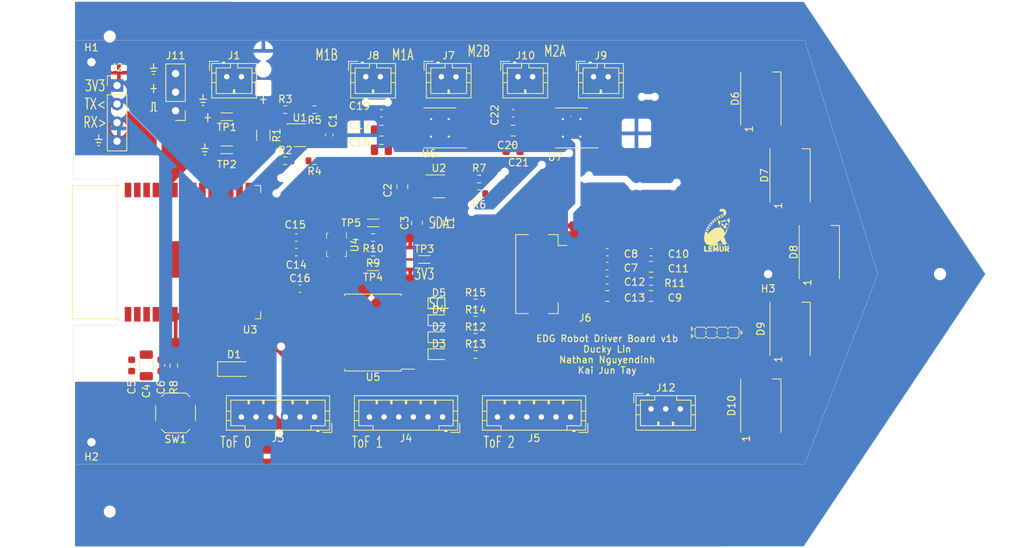
<source format=kicad_pcb>
(kicad_pcb (version 20211014) (generator pcbnew)
  (layers (0 "F.Cu" signal "Front") (31 "B.Cu" signal "Back") (34 "B.Paste" user) (35 "F.Paste" user) (36 "B.SilkS" user "B.Silkscreen") (37 "F.SilkS" user "F.Silkscreen") (38 "B.Mask" user) (39 "F.Mask" user) (44 "Edge.Cuts" user))
  (net 0 "")
  (net 1 "gnd")
  (net 2 "v3v3")
  (net 3 "vbatt")
  (net 4 "i2c_chain_0.sda")
  (net 5 "i2c_chain_0.scl")
  (net 6 "mcu.gpio.ledArray")
  (net 7 "lcd.spi.mosi")
  (net 8 "lcd.spi.sck")
  (net 9 "batt.pins.2")
  (net 10 "mcu.adc.isense")
  (net 11 "m1_a.pins.1")
  (net 12 "m1_a.pins.2")
  (net 13 "m1_b.pins.2")
  (net 14 "m1_b.pins.1")
  (net 15 "m2_a.pins.1")
  (net 16 "m2_a.pins.2")
  (net 17 "m2_b.pins.2")
  (net 18 "m2_b.pins.1")
  (net 19 "imu.int1")
  (net 20 "imu.int2")
  (net 21 "ws2812bArray.dout")
  (net 22 "tof.gpio1.1")
  (net 23 "tof.gpio1.0")
  (net 24 "mcu.gpio.lcd_dc")
  (net 25 "mcu.gpio.motor_1a2")
  (net 26 "mcu.gpio.motor_2a1")
  (net 27 "mcu.gpio.motor_2a2")
  (net 28 "mcu.gpio.motor_1b1")
  (net 29 "mcu.ic.io2")
  (net 30 "mcu.gpio.motor_1a1")
  (net 31 "mcu.gpio.motor_2b1")
  (net 32 "mcu.gpio.lcd_reset")
  (net 33 "mcu.gpio.lcd_cs")
  (net 34 "mcu.gpio.motor_2b2")
  (net 35 "mcu.gpio.motor_1b2")
  (net 36 "mcu.gpio.pwm")
  (net 37 "motor_driver2.ic.vcp")
  (net 38 "reg_3v3.fb.output")
  (net 39 "lcd.c2_cap.neg")
  (net 40 "led[0].package.k")
  (net 41 "led[1].package.k")
  (net 42 "led[2].res.a")
  (net 43 "led[3].package.k")
  (net 44 "isense.amp.rf.b")
  (net 45 "isense.amp.rg.b")
  (net 46 "mcu.ic.chip_pu")
  (net 47 "lcd.device.iref")
  (net 48 "mcu.gpio.ledConnector")
  (net 49 "mcu.prog.a")
  (net 50 "mcu.ic.uart0.rx")
  (net 51 "motor_driver1.ic.vcp")
  (net 52 "motor_driver1.vint_cap.pwr")
  (net 53 "mcu.ic.uart0.tx")
  (net 54 "ws2812bArray.led[3].din")
  (net 55 "reg_3v3.ic.sw")
  (net 56 "motor_driver2.ic.vint")
  (net 57 "expander.io.led1")
  (net 58 "expander.io.led0")
  (net 59 "expander.io.led2")
  (net 60 "expander.io.led3")
  (net 61 "tof.xshut.2")
  (net 62 "expander.io.tof_xshut_1")
  (net 63 "tof.xshut.0")
  (net 64 "ws2812bArray.led[3].dout")
  (net 65 "ws2812bArray.led[2].din")
  (net 66 "ws2812bArray.led[0].dout")
  (net 67 "tof.gpio1.2")
  (net 68 "lcd.c2_cap.pos")
  (net 69 "lcd.c1_cap.pos")
  (net 70 "lcd.c1_cap.neg")
  (net 71 "lcd.vcomh_cap.pos")
  (net 72 "lcd.vcc_cap1.pwr")
  (footprint "Resistor_SMD:R_1206_3216Metric" (layer "F.Cu") (at 121 66 -90)
    (fp_text reference "R1" (at 0 -1.82 90) (layer "F.SilkS"))
    (fp_text value "C411236")
    (pad "1" smd roundrect (at -1.4625 0 270) (size 1.125 1.75) (layers "F.Cu" "F.Paste" "F.Mask") (roundrect_rratio 0.222222) (net 9 "batt.pins.2"))
    (pad "2" smd roundrect (at 1.4625 0 270) (size 1.125 1.75) (layers "F.Cu" "F.Paste" "F.Mask") (roundrect_rratio 0.222222) (net 3 "vbatt"))
  )
  (footprint "Capacitor_SMD:C_0603_1608Metric" (layer "F.Cu") (at 168 85.833332)
    (fp_text reference "C12" (at 3.75 0.25) (layer "F.SilkS"))
    (fp_text value "C14663")
    (pad "1" smd roundrect (at -0.775 0) (size 0.9 0.95) (layers "F.Cu" "F.Paste" "F.Mask") (net 72 "lcd.vcc_cap1.pwr"))
    (pad "2" smd roundrect (at 0.775 0) (size 0.9 0.95) (layers "F.Cu" "F.Paste" "F.Mask") (net 1 "gnd"))
  )
  (footprint "Resistor_SMD:R_0603_1608Metric" (layer "F.Cu") (at 136 82 180)
    (fp_text reference "R9" (at 0 -1.5) (layer "F.SilkS"))
    (fp_text value "C23162")
    (pad "1" smd roundrect (at -0.825 0 180) (size 0.8 0.95) (layers "F.Cu" "F.Paste" "F.Mask") (net 2 "v3v3"))
    (pad "2" smd roundrect (at 0.825 0 180) (size 0.8 0.95) (layers "F.Cu" "F.Paste" "F.Mask") (net 5 "i2c_chain_0.scl"))
  )
  (footprint "Resistor_SMD:R_0603_1608Metric" (layer "F.Cu") (at 174 86)
    (fp_text reference "R11" (at 3.25 0.25) (layer "F.SilkS"))
    (fp_text value "C23203")
    (pad "1" smd roundrect (at -0.825 0) (size 0.8 0.95) (layers "F.Cu" "F.Paste" "F.Mask") (net 47 "lcd.device.iref"))
    (pad "2" smd roundrect (at 0.825 0) (size 0.8 0.95) (layers "F.Cu" "F.Paste" "F.Mask") (net 1 "gnd"))
  )
  (footprint "Capacitor_SMD:C_0603_1608Metric" (layer "F.Cu") (at 137.139796 63 180)
    (fp_text reference "C19" (at 3 1) (layer "F.SilkS"))
    (fp_text value "C57112")
    (pad "1" smd roundrect (at -0.775 0 180) (size 0.9 0.95) (layers "F.Cu" "F.Paste" "F.Mask") (net 51 "motor_driver1.ic.vcp"))
    (pad "2" smd roundrect (at 0.775 0 180) (size 0.9 0.95) (layers "F.Cu" "F.Paste" "F.Mask") (net 3 "vbatt"))
  )
  (footprint "edg:JlcToolingHole_1.152mm" (layer "F.Cu") (at 97.5 56)
    (fp_text reference "H1" (at 0 -2) (layer "F.SilkS"))
    (fp_text value "")
    (pad "" np_thru_hole circle locked (at 0 0) (size 1.152 1.152) (drill 1.152) (layers *.Cu *.Mask))
  )
  (footprint "LED_SMD:LED_WS2812B_PLCC4_5.0x5.0mm_P3.2mm" (layer "F.Cu") (at 197 82 90)
    (fp_text reference "D8" (at 0 -3.5 90) (layer "F.SilkS"))
    (fp_text value "C2920042")
    (fp_text user "1" (at -4.15 -1.6 90) (layer "F.SilkS"))
    (pad "1" smd rect (at -2.45 -1.6 90) (size 1.5 1) (layers "F.Cu" "F.Paste" "F.Mask") (net 3 "vbatt"))
    (pad "2" smd rect (at -2.45 1.6 90) (size 1.5 1) (layers "F.Cu" "F.Paste" "F.Mask") (net 54 "ws2812bArray.led[3].din"))
    (pad "3" smd rect (at 2.45 1.6 90) (size 1.5 1) (layers "F.Cu" "F.Paste" "F.Mask") (net 1 "gnd"))
    (pad "4" smd rect (at 2.45 -1.6 90) (size 1.5 1) (layers "F.Cu" "F.Paste" "F.Mask") (net 65 "ws2812bArray.led[2].din"))
  )
  (footprint "Capacitor_SMD:C_0805_2012Metric" (layer "F.Cu") (at 137.139796 68 180)
    (fp_text reference "C18" (at 3 1) (layer "F.SilkS"))
    (fp_text value "C1779")
    (pad "1" smd roundrect (at -0.95 0 180) (size 1 1.45) (layers "F.Cu" "F.Paste" "F.Mask") (net 52 "motor_driver1.vint_cap.pwr"))
    (pad "2" smd roundrect (at 0.95 0 180) (size 1 1.45) (layers "F.Cu" "F.Paste" "F.Mask") (net 1 "gnd"))
  )
  (footprint "edg:JlcToolingHole_1.152mm" (layer "F.Cu") (at 190 85)
    (fp_text reference "H3" (at 0 2) (layer "F.SilkS"))
    (fp_text value "")
    (pad "" np_thru_hole circle locked (at 0 0) (size 1.152 1.152) (drill 1.152) (layers *.Cu *.Mask))
  )
  (footprint "Connector_JST:JST_PH_B2B-PH-K_1x02_P2.00mm_Vertical" (layer "F.Cu") (at 145.332313 58)
    (fp_text reference "J7" (at 1 -2.9) (layer "F.SilkS"))
    (fp_text value "")
    (pad "1" thru_hole roundrect (at 0 0) (size 1.2 1.75) (drill 0.75) (layers *.Cu *.Mask) (roundrect_rratio 0.208333) (net 11 "m1_a.pins.1"))
    (pad "2" thru_hole oval (at 2 0) (size 1.2 1.75) (drill 0.75) (layers *.Cu *.Mask) (net 12 "m1_a.pins.2"))
  )
  (footprint "Connector_JST:JST_PH_B2B-PH-K_1x02_P2.00mm_Vertical" (layer "F.Cu") (at 155.807483 58)
    (fp_text reference "J10" (at 1 -2.9) (layer "F.SilkS"))
    (fp_text value "")
    (pad "1" thru_hole roundrect (at 0 0) (size 1.2 1.75) (drill 0.75) (layers *.Cu *.Mask) (roundrect_rratio 0.208333) (net 18 "m2_b.pins.1"))
    (pad "2" thru_hole oval (at 2 0) (size 1.2 1.75) (drill 0.75) (layers *.Cu *.Mask) (net 17 "m2_b.pins.2"))
  )
  (footprint "LED_SMD:LED_0603_1608Metric" (layer "F.Cu") (at 145 91.32)
    (fp_text reference "D4" (at 0 -1.43) (layer "F.SilkS"))
    (fp_text value "C2286")
    (pad "1" smd roundrect (at -0.7875 0) (size 0.875 0.95) (layers "F.Cu" "F.Paste" "F.Mask") (net 42 "led[2].res.a"))
    (pad "2" smd roundrect (at 0.7875 0) (size 0.875 0.95) (layers "F.Cu" "F.Paste" "F.Mask") (net 59 "expander.io.led2"))
  )
  (footprint "Resistor_SMD:R_0603_1608Metric" (layer "F.Cu") (at 128 62.5 180)
    (fp_text reference "R5" (at 0 -1.43) (layer "F.SilkS"))
    (fp_text value "C25803")
    (pad "1" smd roundrect (at -0.825 0 180) (size 0.8 0.95) (layers "F.Cu" "F.Paste" "F.Mask") (net 1 "gnd"))
    (pad "2" smd roundrect (at 0.825 0 180) (size 0.8 0.95) (layers "F.Cu" "F.Paste" "F.Mask") (net 45 "isense.amp.rg.b"))
  )
  (footprint "edg:Indicator_IdDots_4" (layer "F.Cu") (at 183.006295 93)
    (fp_text reference "U11" hide)
    (fp_text value "")
    (fp_circle (center 0.75 0) (end 1 0) (layer "F.Cu") (width 0.5) (fill none))
    (fp_circle (center -0.75 0) (end -0.5 0) (layer "F.Cu") (width 0.5) (fill none))
    (fp_circle (center 2.25 0) (end 2.5 0) (layer "F.Cu") (width 0.5) (fill none))
    (fp_circle (center -2.25 0) (end -2 0) (layer "F.Cu") (width 0.5) (fill none))
  )
  (footprint "Capacitor_SMD:C_0603_1608Metric" (layer "F.Cu") (at 174 82)
    (fp_text reference "C10" (at 3.75 0.25) (layer "F.SilkS"))
    (fp_text value "C14663")
    (pad "1" smd roundrect (at -0.775 0) (size 0.9 0.95) (layers "F.Cu" "F.Paste" "F.Mask") (net 2 "v3v3"))
    (pad "2" smd roundrect (at 0.775 0) (size 0.9 0.95) (layers "F.Cu" "F.Paste" "F.Mask") (net 1 "gnd"))
  )
  (footprint "LED_SMD:LED_WS2812B_PLCC4_5.0x5.0mm_P3.2mm" (layer "F.Cu") (at 193 71.5 90)
    (fp_text reference "D7" (at 0 -3.5 90) (layer "F.SilkS"))
    (fp_text value "C2920042")
    (fp_text user "1" (at -4.15 -1.6 90) (layer "F.SilkS"))
    (pad "1" smd rect (at -2.45 -1.6 90) (size 1.5 1) (layers "F.Cu" "F.Paste" "F.Mask") (net 3 "vbatt"))
    (pad "2" smd rect (at -2.45 1.6 90) (size 1.5 1) (layers "F.Cu" "F.Paste" "F.Mask") (net 65 "ws2812bArray.led[2].din"))
    (pad "3" smd rect (at 2.45 1.6 90) (size 1.5 1) (layers "F.Cu" "F.Paste" "F.Mask") (net 1 "gnd"))
    (pad "4" smd rect (at 2.45 -1.6 90) (size 1.5 1) (layers "F.Cu" "F.Paste" "F.Mask") (net 66 "ws2812bArray.led[0].dout"))
  )
  (footprint "Connector_PinHeader_2.54mm:PinHeader_1x04_P2.54mm_Vertical" (layer "F.Cu") (at 101 59.2)
    (fp_text reference "J2" (at 0 -2.45) (layer "F.SilkS"))
    (fp_text value "")
    (pad "1" thru_hole rect (at 0 0) (size 1.7 1.7) (drill 1) (layers *.Cu *.Mask) (net 2 "v3v3"))
    (pad "2" thru_hole oval (at 0 2.54) (size 1.7 1.7) (drill 1) (layers *.Cu *.Mask) (net 53 "mcu.ic.uart0.tx"))
    (pad "3" thru_hole oval (at 0 5.08) (size 1.7 1.7) (drill 1) (layers *.Cu *.Mask) (net 50 "mcu.ic.uart0.rx"))
    (pad "4" thru_hole oval (at 0 7.62) (size 1.7 1.7) (drill 1) (layers *.Cu *.Mask) (net 1 "gnd"))
  )
  (footprint "edg:Indicator_LeadFree" (layer "F.Cu") (at 183.006295 90)
    (fp_text reference "U10" hide)
    (fp_text value "" hide)
    (fp_text user "Pb" (at 1.25 0) (layer "F.Cu") (effects (font (size 1 0.8) (thickness 0.2))))
    (fp_text user "Pb" (at -1.25 0) (layer "F.Cu") (effects (font (size 1 0.8) (thickness 0.2))))
    (fp_line (start -2.05 -0.55) (end -1.8 -0.55) (layer "F.Cu") (width 0.2))
    (fp_line (start 0.6 0.7) (end 1.9 -0.7) (layer "F.Cu") (width 0.2))
    (fp_line (start -0.8 0.45) (end -0.4 0.45) (layer "F.Cu") (width 0.2))
    (fp_circle (center 1.25 0) (end 2.25 0) (layer "F.Cu") (width 0.2) (fill none))
    (fp_circle (center -1.25 0) (end -0.25 0) (layer "F.Cu") (width 0.2) (fill none))
  )
  (footprint "Capacitor_SMD:C_0603_1608Metric" (layer "F.Cu") (at 126 87)
    (fp_text reference "C16" (at 0 -1.43) (layer "F.SilkS"))
    (fp_text value "C14663")
    (pad "1" smd roundrect (at -0.775 0) (size 0.9 0.95) (layers "F.Cu" "F.Paste" "F.Mask") (net 2 "v3v3"))
    (pad "2" smd roundrect (at 0.775 0) (size 0.9 0.95) (layers "F.Cu" "F.Paste" "F.Mask") (net 1 "gnd"))
  )
  (footprint "edg:Symbol_LemurSmall" (layer "F.Cu") (at 183 79)
    (fp_text reference "U8" hide)
    (fp_text value "" hide)
  )
  (footprint "Connector_JST:JST_PH_B2B-PH-K_1x02_P2.00mm_Vertical" (layer "F.Cu") (at 135 58)
    (fp_text reference "J8" (at 1 -2.9) (layer "F.SilkS"))
    (fp_text value "")
    (pad "1" thru_hole roundrect (at 0 0) (size 1.2 1.75) (drill 0.75) (layers *.Cu *.Mask) (roundrect_rratio 0.208333) (net 14 "m1_b.pins.1"))
    (pad "2" thru_hole oval (at 2 0) (size 1.2 1.75) (drill 0.75) (layers *.Cu *.Mask) (net 13 "m1_b.pins.2"))
  )
  (footprint "Capacitor_SMD:C_0603_1608Metric" (layer "F.Cu") (at 107 97.5 -90)
    (fp_text reference "C6" (at 3 0 90) (layer "F.SilkS"))
    (fp_text value "C15849")
    (pad "1" smd roundrect (at -0.775 0 270) (size 0.9 0.95) (layers "F.Cu" "F.Paste" "F.Mask") (net 46 "mcu.ic.chip_pu"))
    (pad "2" smd roundrect (at 0.775 0 270) (size 0.9 0.95) (layers "F.Cu" "F.Paste" "F.Mask") (net 1 "gnd"))
  )
  (footprint "edg:JlcToolingHole_1.152mm" (layer "F.Cu") (at 97.5 108)
    (fp_text reference "H2" (at 0 2) (layer "F.SilkS"))
    (fp_text value "")
    (pad "" np_thru_hole circle locked (at 0 0) (size 1.152 1.152) (drill 1.152) (layers *.Cu *.Mask))
  )
  (footprint "Resistor_SMD:R_0603_1608Metric" (layer "F.Cu") (at 150 96)
    (fp_text reference "R13" (at 0 -1.43) (layer "F.SilkS"))
    (fp_text value "C21190")
    (pad "1" smd roundrect (at -0.825 0) (size 0.8 0.95) (layers "F.Cu" "F.Paste" "F.Mask") (net 41 "led[1].package.k"))
    (pad "2" smd roundrect (at 0.825 0) (size 0.8 0.95) (layers "F.Cu" "F.Paste" "F.Mask") (net 1 "gnd"))
  )
  (footprint "RF_Module:ESP32-WROOM-32" (layer "F.Cu") (at 110.755 82 90)
    (fp_text reference "U3" (at -10.61 8.43 180) (layer "F.SilkS"))
    (fp_text value "C701342")
    (pad "1" smd rect (at -8.5 -8.255 90) (size 2 0.9) (layers "F.Cu" "F.Paste" "F.Mask") (net 1 "gnd"))
    (pad "2" smd rect (at -8.5 -6.985 90) (size 2 0.9) (layers "F.Cu" "F.Paste" "F.Mask") (net 2 "v3v3"))
    (pad "3" smd rect (at -8.5 -5.715 90) (size 2 0.9) (layers "F.Cu" "F.Paste" "F.Mask") (net 46 "mcu.ic.chip_pu"))
    (pad "4" smd rect (at -8.5 -4.445 90) (size 2 0.9) (layers "F.Cu" "F.Paste" "F.Mask") (net 6 "mcu.gpio.ledArray"))
    (pad "5" smd rect (at -8.5 -3.175 90) (size 2 0.9) (layers "F.Cu" "F.Paste" "F.Mask") (net 48 "mcu.gpio.ledConnector"))
    (pad "6" smd rect (at -8.5 -1.905 90) (size 2 0.9) (layers "F.Cu" "F.Paste" "F.Mask"))
    (pad "7" smd rect (at -8.5 -0.635 90) (size 2 0.9) (layers "F.Cu" "F.Paste" "F.Mask") (net 7 "lcd.spi.mosi"))
    (pad "8" smd rect (at -8.5 0.635 90) (size 2 0.9) (layers "F.Cu" "F.Paste" "F.Mask") (net 8 "lcd.spi.sck"))
    (pad "9" smd rect (at -8.5 1.905 90) (size 2 0.9) (layers "F.Cu" "F.Paste" "F.Mask") (net 24 "mcu.gpio.lcd_dc"))
    (pad "10" smd rect (at -8.5 3.175 90) (size 2 0.9) (layers "F.Cu" "F.Paste" "F.Mask") (net 32 "mcu.gpio.lcd_reset"))
    (pad "11" smd rect (at -8.5 4.445 90) (size 2 0.9) (layers "F.Cu" "F.Paste" "F.Mask") (net 33 "mcu.gpio.lcd_cs"))
    (pad "12" smd rect (at -8.5 5.715 90) (size 2 0.9) (layers "F.Cu" "F.Paste" "F.Mask") (net 4 "i2c_chain_0.sda"))
    (pad "13" smd rect (at -8.5 6.985 90) (size 2 0.9) (layers "F.Cu" "F.Paste" "F.Mask") (net 5 "i2c_chain_0.scl"))
    (pad "14" smd rect (at -8.5 8.255 90) (size 2 0.9) (layers "F.Cu" "F.Paste" "F.Mask"))
    (pad "15" smd rect (at -5.715 9.255 180) (size 2 0.9) (layers "F.Cu" "F.Paste" "F.Mask") (net 1 "gnd"))
    (pad "16" smd rect (at -4.445 9.255 180) (size 2 0.9) (layers "F.Cu" "F.Paste" "F.Mask") (net 10 "mcu.adc.isense"))
    (pad "17" smd rect (at -3.175 9.255 180) (size 2 0.9) (layers "F.Cu" "F.Paste" "F.Mask"))
    (pad "18" smd rect (at -1.905 9.255 180) (size 2 0.9) (layers "F.Cu" "F.Paste" "F.Mask"))
    (pad "19" smd rect (at -0.635 9.255 180) (size 2 0.9) (layers "F.Cu" "F.Paste" "F.Mask"))
    (pad "20" smd rect (at 0.635 9.255 180) (size 2 0.9) (layers "F.Cu" "F.Paste" "F.Mask"))
    (pad "21" smd rect (at 1.905 9.255 180) (size 2 0.9) (layers "F.Cu" "F.Paste" "F.Mask"))
    (pad "22" smd rect (at 3.175 9.255 180) (size 2 0.9) (layers "F.Cu" "F.Paste" "F.Mask"))
    (pad "23" smd rect (at 4.445 9.255 180) (size 2 0.9) (layers "F.Cu" "F.Paste" "F.Mask"))
    (pad "24" smd rect (at 5.715 9.255 180) (size 2 0.9) (layers "F.Cu" "F.Paste" "F.Mask") (net 29 "mcu.ic.io2"))
    (pad "25" smd rect (at 8.5 8.255 90) (size 2 0.9) (layers "F.Cu" "F.Paste" "F.Mask") (net 49 "mcu.prog.a"))
    (pad "26" smd rect (at 8.5 6.985 90) (size 2 0.9) (layers "F.Cu" "F.Paste" "F.Mask") (net 26 "mcu.gpio.motor_2a1"))
    (pad "27" smd rect (at 8.5 5.715 90) (size 2 0.9) (layers "F.Cu" "F.Paste" "F.Mask") (net 27 "mcu.gpio.motor_2a2"))
    (pad "28" smd rect (at 8.5 4.445 90) (size 2 0.9) (layers "F.Cu" "F.Paste" "F.Mask") (net 34 "mcu.gpio.motor_2b2"))
    (pad "29" smd rect (at 8.5 3.175 90) (size 2 0.9) (layers "F.Cu" "F.Paste" "F.Mask") (net 31 "mcu.gpio.motor_2b1"))
    (pad "30" smd rect (at 8.5 1.905 90) (size 2 0.9) (layers "F.Cu" "F.Paste" "F.Mask") (net 30 "mcu.gpio.motor_1a1"))
    (pad "31" smd rect (at 8.5 0.635 90) (size 2 0.9) (layers "F.Cu" "F.Paste" "F.Mask") (net 25 "mcu.gpio.motor_1a2"))
    (pad "32" smd rect (at 8.5 -0.635 90) (size 2 0.9) (layers "F.Cu" "F.Paste" "F.Mask"))
    (pad "33" smd rect (at 8.5 -1.905 90) (size 2 0.9) (layers "F.Cu" "F.Paste" "F.Mask") (net 35 "mcu.gpio.motor_1b2"))
    (pad "34" smd rect (at 8.5 -3.175 90) (size 2 0.9) (layers "F.Cu" "F.Paste" "F.Mask") (net 50 "mcu.ic.uart0.rx"))
    (pad "35" smd rect (at 8.5 -4.445 90) (size 2 0.9) (layers "F.Cu" "F.Paste" "F.Mask") (net 53 "mcu.ic.uart0.tx"))
    (pad "36" smd rect (at 8.5 -5.715 90) (size 2 0.9) (layers "F.Cu" "F.Paste" "F.Mask") (net 28 "mcu.gpio.motor_1b1"))
    (pad "37" smd rect (at 8.5 -6.985 90) (size 2 0.9) (layers "F.Cu" "F.Paste" "F.Mask") (net 36 "mcu.gpio.pwm"))
    (pad "38" smd rect (at 8.5 -8.255 90) (size 2 0.9) (layers "F.Cu" "F.Paste" "F.Mask") (net 1 "gnd"))
    (pad "39" smd rect (at -1 -0.755 90) (size 5 5) (layers "F.Cu" "F.Paste" "F.Mask") (net 1 "gnd"))
    (zone (net 0) (net_name "") (layers *.Cu) (connect_pads (clearance 0)) (min_thickness 0.254)
      (keepout (tracks not_allowed) (vias not_allowed) (pads not_allowed) (copperpour not_allowed) (footprints not_allowed))
      (fill (thermal_gap 0.508) (thermal_bridge_width 0.508))
      (polygon (pts (xy 100.785 96) (xy 100.785 68) (xy 90.005 68) (xy 90.005 96)))
    )
  )
  (footprint "edg:TestPoint_TE_RCU_0603" (layer "F.Cu") (at 116 63.4775 180)
    (fp_text reference "TP1" (at 0 -1.43 180) (layer "F.SilkS"))
    (fp_text value "")
    (pad "1" smd roundrect (at 0 0 180) (size 2.45 0.95) (layers "F.Cu" "F.Paste" "F.Mask") (roundrect_rratio 0.2105263158) (net 9 "batt.pins.2"))
  )
  (footprint "Capacitor_SMD:C_0805_2012Metric" (layer "F.Cu") (at 142 78 90)
    (fp_text reference "C3" (at 0 -1.68 90) (layer "F.SilkS"))
    (fp_text value "C1779")
    (pad "1" smd roundrect (at -0.95 0 90) (size 1 1.45) (layers "F.Cu" "F.Paste" "F.Mask") (net 2 "v3v3"))
    (pad "2" smd roundrect (at 0.95 0 90) (size 1 1.45) (layers "F.Cu" "F.Paste" "F.Mask") (net 1 "gnd"))
  )
  (footprint "LED_SMD:LED_0603_1608Metric" (layer "F.Cu") (at 145 89)
    (fp_text reference "D5" (at 0 -1.43) (layer "F.SilkS"))
    (fp_text value "C2286")
    (pad "1" smd roundrect (at -0.7875 0) (size 0.875 0.95) (layers "F.Cu" "F.Paste" "F.Mask") (net 43 "led[3].package.k"))
    (pad "2" smd roundrect (at 0.7875 0) (size 0.875 0.95) (layers "F.Cu" "F.Paste" "F.Mask") (net 60 "expander.io.led3"))
  )
  (footprint "Resistor_SMD:R_0603_1608Metric" (layer "F.Cu") (at 128 69.5 180)
    (fp_text reference "R4" (at 0 -1.43) (layer "F.SilkS"))
    (fp_text value "C25803")
    (pad "1" smd roundrect (at -0.825 0 180) (size 0.8 0.95) (layers "F.Cu" "F.Paste" "F.Mask") (net 10 "mcu.adc.isense"))
    (pad "2" smd roundrect (at 0.825 0 180) (size 0.8 0.95) (layers "F.Cu" "F.Paste" "F.Mask") (net 44 "isense.amp.rf.b"))
  )
  (footprint "Resistor_SMD:R_0603_1608Metric" (layer "F.Cu") (at 150 93.653332)
    (fp_text reference "R12" (at 0 -1.43) (layer "F.SilkS"))
    (fp_text value "C21190")
    (pad "1" smd roundrect (at -0.825 0) (size 0.8 0.95) (layers "F.Cu" "F.Paste" "F.Mask") (net 40 "led[0].package.k"))
    (pad "2" smd roundrect (at 0.825 0) (size 0.8 0.95) (layers "F.Cu" "F.Paste" "F.Mask") (net 1 "gnd"))
  )
  (footprint "Connector_FFC-FPC:Hirose_FH12-15S-0.5SH_1x15-1MP_P0.50mm_Horizontal" (layer "F.Cu") (at 160 85 -90)
    (fp_text reference "J6" (at 6 -5 180) (layer "F.SilkS"))
    (fp_text value "")
    (pad "1" smd rect (at -3.5 -1.85 270) (size 0.3 1.3) (layers "F.Cu" "F.Paste" "F.Mask") (net 68 "lcd.c2_cap.pos"))
    (pad "2" smd rect (at -3 -1.85 270) (size 0.3 1.3) (layers "F.Cu" "F.Paste" "F.Mask") (net 39 "lcd.c2_cap.neg"))
    (pad "3" smd rect (at -2.5 -1.85 270) (size 0.3 1.3) (layers "F.Cu" "F.Paste" "F.Mask") (net 69 "lcd.c1_cap.pos"))
    (pad "4" smd rect (at -2 -1.85 270) (size 0.3 1.3) (layers "F.Cu" "F.Paste" "F.Mask") (net 70 "lcd.c1_cap.neg"))
    (pad "5" smd rect (at -1.5 -1.85 270) (size 0.3 1.3) (layers "F.Cu" "F.Paste" "F.Mask") (net 2 "v3v3"))
    (pad "6" smd rect (at -1 -1.85 270) (size 0.3 1.3) (layers "F.Cu" "F.Paste" "F.Mask") (net 1 "gnd"))
    (pad "7" smd rect (at -0.5 -1.85 270) (size 0.3 1.3) (layers "F.Cu" "F.Paste" "F.Mask") (net 2 "v3v3"))
    (pad "8" smd rect (at 0 -1.85 270) (size 0.3 1.3) (layers "F.Cu" "F.Paste" "F.Mask") (net 33 "mcu.gpio.lcd_cs"))
    (pad "9" smd rect (at 0.5 -1.85 270) (size 0.3 1.3) (layers "F.Cu" "F.Paste" "F.Mask") (net 32 "mcu.gpio.lcd_reset"))
    (pad "10" smd rect (at 1 -1.85 270) (size 0.3 1.3) (layers "F.Cu" "F.Paste" "F.Mask") (net 24 "mcu.gpio.lcd_dc"))
    (pad "11" smd rect (at 1.5 -1.85 270) (size 0.3 1.3) (layers "F.Cu" "F.Paste" "F.Mask") (net 8 "lcd.spi.sck"))
    (pad "12" smd rect (at 2 -1.85 270) (size 0.3 1.3) (layers "F.Cu" "F.Paste" "F.Mask") (net 7 "lcd.spi.mosi"))
    (pad "13" smd rect (at 2.5 -1.85 270) (size 0.3 1.3) (layers "F.Cu" "F.Paste" "F.Mask") (net 47 "lcd.device.iref"))
    (pad "14" smd rect (at 3 -1.85 270) (size 0.3 1.3) (layers "F.Cu" "F.Paste" "F.Mask") (net 71 "lcd.vcomh_cap.pos"))
    (pad "15" smd rect (at 3.5 -1.85 270) (size 0.3 1.3) (layers "F.Cu" "F.Paste" "F.Mask") (net 72 "lcd.vcc_cap1.pwr"))
    (pad "MP" smd rect (at -5.4 1.4 270) (size 1.8 2.2) (layers "F.Cu" "F.Paste" "F.Mask"))
    (pad "MP" smd rect (at 5.4 1.4 270) (size 1.8 2.2) (layers "F.Cu" "F.Paste" "F.Mask"))
  )
  (footprint "Resistor_SMD:R_0603_1608Metric" (layer "F.Cu") (at 124 69.5)
    (fp_text reference "R2" (at 0 -1.43) (layer "F.SilkS"))
    (fp_text value "C25804")
    (pad "1" smd roundrect (at -0.825 0) (size 0.8 0.95) (layers "F.Cu" "F.Paste" "F.Mask") (net 3 "vbatt"))
    (pad "2" smd roundrect (at 0.825 0) (size 0.8 0.95) (layers "F.Cu" "F.Paste" "F.Mask") (net 44 "isense.amp.rf.b"))
  )
  (footprint "Connector_PinHeader_2.54mm:PinHeader_1x03_P2.54mm_Vertical" (layer "F.Cu") (at 109 62.65 180)
    (fp_text reference "J11" (at 0 7.54) (layer "F.SilkS"))
    (fp_text value "")
    (pad "1" thru_hole rect (at 0 0 180) (size 1.7 1.7) (drill 1) (layers *.Cu *.Mask) (net 36 "mcu.gpio.pwm"))
    (pad "2" thru_hole oval (at 0 2.54 180) (size 1.7 1.7) (drill 1) (layers *.Cu *.Mask) (net 3 "vbatt"))
    (pad "3" thru_hole oval (at 0 5.08 180) (size 1.7 1.7) (drill 1) (layers *.Cu *.Mask) (net 1 "gnd"))
  )
  (footprint "edg:TestPoint_TE_RCU_0603" (layer "F.Cu") (at 116 68)
    (fp_text reference "TP2" (at 0 2) (layer "F.SilkS"))
    (fp_text value "")
    (pad "1" smd roundrect (at 0 0) (size 2.45 0.95) (layers "F.Cu" "F.Paste" "F.Mask") (roundrect_rratio 0.2105263158) (net 1 "gnd"))
  )
  (footprint "Capacitor_SMD:C_0603_1608Metric" (layer "F.Cu") (at 155.139796 63 180)
    (fp_text reference "C22" (at 2.5 -0.25 90) (layer "F.SilkS"))
    (fp_text value "C57112")
    (pad "1" smd roundrect (at -0.775 0 180) (size 0.9 0.95) (layers "F.Cu" "F.Paste" "F.Mask") (net 37 "motor_driver2.ic.vcp"))
    (pad "2" smd roundrect (at 0.775 0 180) (size 0.9 0.95) (layers "F.Cu" "F.Paste" "F.Mask") (net 3 "vbatt"))
  )
  (footprint "Resistor_SMD:R_0603_1608Metric" (layer "F.Cu") (at 108.75 97.5 90)
    (fp_text reference "R8" (at -3 0 90) (layer "F.SilkS"))
    (fp_text value "C25804")
    (pad "1" smd roundrect (at -0.825 0 90) (size 0.8 0.95) (layers "F.Cu" "F.Paste" "F.Mask") (net 2 "v3v3"))
    (pad "2" smd roundrect (at 0.825 0 90) (size 0.8 0.95) (layers "F.Cu" "F.Paste" "F.Mask") (net 46 "mcu.ic.chip_pu"))
  )
  (footprint "Capacitor_SMD:C_0805_2012Metric" (layer "F.Cu") (at 155.139796 65.375 180)
    (fp_text reference "C20" (at 0.75 -2) (layer "F.SilkS"))
    (fp_text value "C15850")
    (pad "1" smd roundrect (at -0.95 0 180) (size 1 1.45) (layers "F.Cu" "F.Paste" "F.Mask") (net 3 "vbatt"))
    (pad "2" smd roundrect (at 0.95 0 180) (size 1 1.45) (layers "F.Cu" "F.Paste" "F.Mask") (net 1 "gnd"))
  )
  (footprint "edg:TestPoint_TE_RCU_0603" (layer "F.Cu") (at 136 84 180)
    (fp_text reference "TP4" (at 0 -1.43 180) (layer "F.SilkS"))
    (fp_text value "")
    (pad "1" smd roundrect (at 0 0 180) (size 2.45 0.95) (layers "F.Cu" "F.Paste" "F.Mask") (roundrect_rratio 0.2105263158) (net 5 "i2c_chain_0.scl"))
  )
  (footprint "Connector_JST:JST_PH_B6B-PH-K_1x06_P2.00mm_Vertical" (layer "F.Cu") (at 163 104.55 180)
    (fp_text reference "J5" (at 5 -2.9) (layer "F.SilkS"))
    (fp_text value "")
    (pad "1" thru_hole roundrect (at 0 0 180) (size 1.2 1.75) (drill 0.75) (layers *.Cu *.Mask) (roundrect_rratio 0.208333) (net 2 "v3v3"))
    (pad "2" thru_hole oval (at 2 0 180) (size 1.2 1.75) (drill 0.75) (layers *.Cu *.Mask) (net 1 "gnd"))
    (pad "3" thru_hole oval (at 4 0 180) (size 1.2 1.75) (drill 0.75) (layers *.Cu *.Mask) (net 5 "i2c_chain_0.scl"))
    (pad "4" thru_hole oval (at 6 0 180) (size 1.2 1.75) (drill 0.75) (layers *.Cu *.Mask) (net 4 "i2c_chain_0.sda"))
    (pad "5" thru_hole oval (at 8 0 180) (size 1.2 1.75) (drill 0.75) (layers *.Cu *.Mask) (net 67 "tof.gpio1.2"))
    (pad "6" thru_hole oval (at 10 0 180) (size 1.2 1.75) (drill 0.75) (layers *.Cu *.Mask) (net 61 "tof.xshut.2"))
  )
  (footprint "Connector_JST:JST_PH_B3B-PH-K_1x03_P2.00mm_Vertical" (layer "F.Cu") (at 174 103.45)
    (fp_text reference "J12" (at 2 -2.9) (layer "F.SilkS"))
    (fp_text value "")
    (pad "1" thru_hole roundrect (at 0 0) (size 1.2 1.75) (drill 0.75) (layers *.Cu *.Mask) (roundrect_rratio 0.208333) (net 3 "vbatt"))
    (pad "2" thru_hole oval (at 2 0) (size 1.2 1.75) (drill 0.75) (layers *.Cu *.Mask) (net 48 "mcu.gpio.ledConnector"))
    (pad "3" thru_hole oval (at 4 0) (size 1.2 1.75) (drill 0.75) (layers *.Cu *.Mask) (net 1 "gnd"))
  )
  (footprint "Connector_JST:JST_PH_B6B-PH-K_1x06_P2.00mm_Vertical" (layer "F.Cu") (at 145.5 104.55 180)
    (fp_text reference "J4" (at 5 -2.9 180) (layer "F.SilkS"))
    (fp_text value "")
    (pad "1" thru_hole roundrect (at 0 0 180) (size 1.2 1.75) (drill 0.75) (layers *.Cu *.Mask) (roundrect_rratio 0.208333) (net 2 "v3v3"))
    (pad "2" thru_hole oval (at 2 0 180) (size 1.2 1.75) (drill 0.75) (layers *.Cu *.Mask) (net 1 "gnd"))
    (pad "3" thru_hole oval (at 4 0 180) (size 1.2 1.75) (drill 0.75) (layers *.Cu *.Mask) (net 5 "i2c_chain_0.scl"))
    (pad "4" thru_hole oval (at 6 0 180) (size 1.2 1.75) (drill 0.75) (layers *.Cu *.Mask) (net 4 "i2c_chain_0.sda"))
    (pad "5" thru_hole oval (at 8 0 180) (size 1.2 1.75) (drill 0.75) (layers *.Cu *.Mask) (net 22 "tof.gpio1.1"))
    (pad "6" thru_hole oval (at 10 0 180) (size 1.2 1.75) (drill 0.75) (layers *.Cu *.Mask) (net 62 "expander.io.tof_xshut_1"))
  )
  (footprint "Resistor_SMD:R_0603_1608Metric" (layer "F.Cu") (at 150 88.96)
    (fp_text reference "R15" (at 0 -1.43) (layer "F.SilkS"))
    (fp_text value "C21190")
    (pad "1" smd roundrect (at -0.825 0) (size 0.8 0.95) (layers "F.Cu" "F.Paste" "F.Mask") (net 43 "led[3].package.k"))
    (pad "2" smd roundrect (at 0.825 0) (size 0.8 0.95) (layers "F.Cu" "F.Paste" "F.Mask") (net 1 "gnd"))
  )
  (footprint "LED_SMD:LED_WS2812B_PLCC4_5.0x5.0mm_P3.2mm" (layer "F.Cu") (at 193 92.5 90)
    (fp_text reference "D9" (at 0 -4 90) (layer "F.SilkS"))
    (fp_text value "C2920042")
    (fp_text user "1" (at -4.15 -1.6 90) (layer "F.SilkS"))
    (pad "1" smd rect (at -2.45 -1.6 90) (size 1.5 1) (layers "F.Cu" "F.Paste" "F.Mask") (net 3 "vbatt"))
    (pad "2" smd rect (at -2.45 1.6 90) (size 1.5 1) (layers "F.Cu" "F.Paste" "F.Mask") (net 64 "ws2812bArray.led[3].dout"))
    (pad "3" smd rect (at 2.45 1.6 90) (size 1.5 1) (layers "F.Cu" "F.Paste" "F.Mask") (net 1 "gnd"))
    (pad "4" smd rect (at 2.45 -1.6 90) (size 1.5 1) (layers "F.Cu" "F.Paste" "F.Mask") (net 54 "ws2812bArray.led[3].din"))
  )
  (footprint "Resistor_SMD:R_0603_1608Metric" (layer "F.Cu") (at 136 80 180)
    (fp_text reference "R10" (at 0 -1.5) (layer "F.SilkS"))
    (fp_text value "C23162")
    (pad "1" smd roundrect (at -0.825 0 180) (size 0.8 0.95) (layers "F.Cu" "F.Paste" "F.Mask") (net 2 "v3v3"))
    (pad "2" smd roundrect (at 0.825 0 180) (size 0.8 0.95) (layers "F.Cu" "F.Paste" "F.Mask") (net 4 "i2c_chain_0.sda"))
  )
  (footprint "Capacitor_SMD:C_1206_3216Metric" (layer "F.Cu") (at 105 97.5 -90)
    (fp_text reference "C4" (at 3.5 0 -90) (layer "F.SilkS"))
    (fp_text value "C5672")
    (pad "1" smd roundrect (at -1.475 0 270) (size 1.15 1.8) (layers "F.Cu" "F.Paste" "F.Mask") (roundrect_rratio 0.217391) (net 2 "v3v3"))
    (pad "2" smd roundrect (at 1.475 0 270) (size 1.15 1.8) (layers "F.Cu" "F.Paste" "F.Mask") (roundrect_rratio 0.217391) (net 1 "gnd"))
  )
  (footprint "LED_SMD:LED_0603_1608Metric" (layer "F.Cu") (at 145 93.64)
    (fp_text reference "D2" (at 0 -1.43) (layer "F.SilkS"))
    (fp_text value "C2286")
    (pad "1" smd roundrect (at -0.7875 0) (size 0.875 0.95) (layers "F.Cu" "F.Paste" "F.Mask") (net 40 "led[0].package.k"))
    (pad "2" smd roundrect (at 0.7875 0) (size 0.875 0.95) (layers "F.Cu" "F.Paste" "F.Mask") (net 58 "expander.io.led0"))
  )
  (footprint "Capacitor_SMD:C_0805_2012Metric" (layer "F.Cu") (at 155.139796 68 180)
    (fp_text reference "C21" (at -0.75 -1.75 180) (layer "F.SilkS"))
    (fp_text value "C1779")
    (pad "1" smd roundrect (at -0.95 0 180) (size 1 1.45) (layers "F.Cu" "F.Paste" "F.Mask") (net 56 "motor_driver2.ic.vint"))
    (pad "2" smd roundrect (at 0.95 0 180) (size 1 1.45) (layers "F.Cu" "F.Paste" "F.Mask") (net 1 "gnd"))
  )
  (footprint "Capacitor_SMD:C_0603_1608Metric" (layer "F.Cu") (at 103 97.5 -90)
    (fp_text reference "C5" (at 3 0 90) (layer "F.SilkS"))
    (fp_text value "C14663")
    (pad "1" smd roundrect (at -0.775 0 270) (size 0.9 0.95) (layers "F.Cu" "F.Paste" "F.Mask") (net 2 "v3v3"))
    (pad "2" smd roundrect (at 0.775 0 270) (size 0.9 0.95) (layers "F.Cu" "F.Paste" "F.Mask") (net 1 "gnd"))
  )
  (footprint "edg:Symbol_Duckling" (layer "F.Cu") (at 183.006295 85.780624)
    (fp_text reference "U9" hide)
    (fp_text value "" hide)
    (fp_line (start 0.937407 0.022451) (end 0.895035 -0.27405) (layer "F.Cu") (width 0.2))
    (fp_line (start 0.614398 0.900241) (end 0.792579 0.628467) (layer "F.Cu") (width 0.2))
    (fp_line (start 0.895035 -0.27405) (end 0.778054 -0.54137) (layer "F.Cu") (width 0.2))
    (fp_line (start 0.101295 1.297751) (end 0.379085 1.128065) (layer "F.Cu") (width 0.2))
    (fp_line (start 0.379085 1.128065) (end 0.614398 0.900241) (layer "F.Cu") (width 0.2))
    (fp_line (start -0.2 1.39571) (end -0.212004 1.146914) (layer "F.Cu") (width 0.2))
    (fp_line (start -0.51095 1.424715) (end -0.201673 1.39873) (layer "F.Cu") (width 0.2))
    (fp_line (start -1.072198 1.25) (end -0.807277 1.374087) (layer "F.Cu") (width 0.2))
    (fp_line (start 0.902531 0.329667) (end 0.937407 0.022451) (layer "F.Cu") (width 0.2))
    (fp_line (start -0.150743 1.768905) (end -0.2 1.39571) (layer "F.Cu") (width 0.2))
    (fp_line (start 0.792579 0.628467) (end 0.902531 0.329667) (layer "F.Cu") (width 0.2))
    (fp_line (start 0.382558 1.56145) (end 0.273702 1.202597) (layer "F.Cu") (width 0.2))
    (fp_line (start -0.807277 1.374087) (end -0.51095 1.424715) (layer "F.Cu") (width 0.2))
    (fp_line (start 0.778054 -0.54137) (end 0.59375 -0.762861) (layer "F.Cu") (width 0.2))
    (fp_line (start -0.201673 1.39873) (end 0.101295 1.297751) (layer "F.Cu") (width 0.2))
    (fp_arc (start 0.286757 1.768905) (mid 0.224257 1.706405) (end 0.286757 1.643905) (layer "F.Cu") (width 0.16))
    (fp_arc (start 1.178844 -0.891296) (mid 0.969127 -0.866752) (end 0.763205 -0.913443) (layer "F.Cu") (width 0.16))
    (fp_arc (start 0.820058 1.68645) (mid 0.75756 1.62395) (end 0.820058 1.56145) (layer "F.Cu") (width 0.16))
    (fp_arc (start 0.575946 0.000734) (mid 0.159981 0.670103) (end -0.573812 0.957555) (layer "F.Cu") (width 0.16))
    (fp_arc (start 0.286757 1.893905) (mid 0.224257 1.831405) (end 0.286757 1.768905) (layer "F.Cu") (width 0.16))
    (fp_arc (start 0.37926 -1.407352) (mid 0.5 -1.499999) (end 0.62074 -1.407352) (layer "F.Cu") (width 0.16))
    (fp_arc (start -1.09375 1.894429) (mid 0.000001 -2.187499) (end 1.093749 1.89443) (layer "F.Cu") (width 0.2))
    (fp_arc (start 0.820058 1.56145) (mid 0.75756 1.49895) (end 0.820058 1.43645) (layer "F.Cu") (width 0.16))
    (fp_arc (start -0.573838 0.957346) (mid -0.465724 0.276787) (end -0.013396 -0.243068) (layer "F.Cu") (width 0.16))
    (fp_arc (start 1.178836 -0.891151) (mid 1.000174 -1.003684) (end 0.869178 -1.169286) (layer "F.Cu") (width 0.16))
    (fp_arc (start 0.819911 1.686455) (mid 0.561228 1.658965) (end 0.320058 1.56145) (layer "F.Cu") (width 0.16))
    (fp_arc (start -0.213115 1.768832) (mid 0.02807 1.671354) (end 0.286757 1.643905) (layer "F.Cu") (width 0.16))
    (fp_arc (start 0.320186 1.561377) (mid 0.561371 1.4639) (end 0.820058 1.43645) (layer "F.Cu") (width 0.16))
    (fp_arc (start 0.28661 1.89391) (mid 0.027927 1.866421) (end -0.213243 1.768905) (layer "F.Cu") (width 0.16))
    (fp_arc (start 0.03125 -0.762861) (mid -0.117369 -0.560252) (end -0.303506 -0.391461) (layer "F.Cu") (width 0.2))
    (fp_arc (start -0.809366 0.547561) (mid -0.66162 0.021386) (end -0.303506 -0.391461) (layer "F.Cu") (width 0.2))
    (fp_arc (start -0.809364 0.547562) (mid -0.886856 0.918958) (end -1.072198 1.25) (layer "F.Cu") (width 0.2))
    (fp_circle (center 0.3125 -1.25) (end 0.875 -1.25) (layer "F.Cu") (width 0.2) (fill none))
    (fp_circle (center 0 0) (end 2.5 0) (layer "F.Cu") (width 0.2) (fill none))
  )
  (footprint "Button_Switch_SMD:SW_SPST_SKQG_WithoutStem" (layer "F.Cu") (at 109 104 180)
    (fp_text reference "SW1" (at 0 -3.6) (layer "F.SilkS"))
    (fp_text value "C318884")
    (pad "1" smd rect (at -3.1 -1.85 180) (size 1.8 1.1) (layers "F.Cu" "F.Paste" "F.Mask") (net 1 "gnd"))
    (pad "1" smd rect (at 3.1 -1.85 180) (size 1.8 1.1) (layers "F.Cu" "F.Paste" "F.Mask") (net 1 "gnd"))
    (pad "2" smd rect (at -3.1 1.85 180) (size 1.8 1.1) (layers "F.Cu" "F.Paste" "F.Mask") (net 49 "mcu.prog.a"))
    (pad "2" smd rect (at 3.1 1.85 180) (size 1.8 1.1) (layers "F.Cu" "F.Paste" "F.Mask") (net 49 "mcu.prog.a"))
    (zone (net 0) (net_name "") (layer "F.Cu") (connect_pads (clearance 0)) (min_thickness 0.254)
      (keepout (tracks not_allowed) (vias not_allowed) (pads not_allowed) (copperpour not_allowed) (footprints not_allowed))
      (fill (thermal_gap 0.508) (thermal_bridge_width 0.508))
      (polygon (pts (xy 113 105.3) (xy 110 105.3) (xy 110 102.7) (xy 113 102.7)))
    )
    (zone (net 0) (net_name "") (layer "F.Cu") (connect_pads (clearance 0)) (min_thickness 0.254)
      (keepout (tracks not_allowed) (vias not_allowed) (pads not_allowed) (copperpour not_allowed) (footprints not_allowed))
      (fill (thermal_gap 0.508) (thermal_bridge_width 0.508))
      (polygon (pts (xy 108 105.3) (xy 105 105.3) (xy 105 102.7) (xy 108 102.7)))
    )
  )
  (footprint "Capacitor_SMD:C_0805_2012Metric" (layer "F.Cu") (at 140 73.05 -90)
    (fp_text reference "C2" (at 0.5 2 -270) (layer "F.SilkS"))
    (fp_text value "C1779")
    (pad "1" smd roundrect (at -0.95 0 270) (size 1 1.45) (layers "F.Cu" "F.Paste" "F.Mask") (net 3 "vbatt"))
    (pad "2" smd roundrect (at 0.95 0 270) (size 1 1.45) (layers "F.Cu" "F.Paste" "F.Mask") (net 1 "gnd"))
  )
  (footprint "Connector_JST:JST_PH_B6B-PH-K_1x06_P2.00mm_Vertical" (layer "F.Cu") (at 128 104.55 180)
    (fp_text reference "J3" (at 5 -2.9 180) (layer "F.SilkS"))
    (fp_text value "")
    (pad "1" thru_hole roundrect (at 0 0 180) (size 1.2 1.75) (drill 0.75) (layers *.Cu *.Mask) (roundrect_rratio 0.208333) (net 2 "v3v3"))
    (pad "2" thru_hole oval (at 2 0 180) (size 1.2 1.75) (drill 0.75) (layers *.Cu *.Mask) (net 1 "gnd"))
    (pad "3" thru_hole oval (at 4 0 180) (size 1.2 1.75) (drill 0.75) (layers *.Cu *.Mask) (net 5 "i2c_chain_0.scl"))
    (pad "4" thru_hole oval (at 6 0 180) (size 1.2 1.75) (drill 0.75) (layers *.Cu *.Mask) (net 4 "i2c_chain_0.sda"))
    (pad "5" thru_hole oval (at 8 0 180) (size 1.2 1.75) (drill 0.75) (layers *.Cu *.Mask) (net 23 "tof.gpio1.0"))
    (pad "6" thru_hole oval (at 10 0 180) (size 1.2 1.75) (drill 0.75) (layers *.Cu *.Mask) (net 63 "tof.xshut.0"))
  )
  (footprint "Capacitor_SMD:C_0603_1608Metric" (layer "F.Cu") (at 168 83.916666)
    (fp_text reference "C7" (at 3.25 0.25) (layer "F.SilkS"))
    (fp_text value "C14663")
    (pad "1" smd roundrect (at -0.775 0) (size 0.9 0.95) (layers "F.Cu" "F.Paste" "F.Mask") (net 69 "lcd.c1_cap.pos"))
    (pad "2" smd roundrect (at 0.775 0) (size 0.9 0.95) (layers "F.Cu" "F.Paste" "F.Mask") (net 70 "lcd.c1_cap.neg"))
  )
  (footprint "Resistor_SMD:R_0603_1608Metric" (layer "F.Cu") (at 124 62.5)
    (fp_text reference "R3" (at 0 -1.43) (layer "F.SilkS"))
    (fp_text value "C25804")
    (pad "1" smd roundrect (at -0.825 0) (size 0.8 0.95) (layers "F.Cu" "F.Paste" "F.Mask") (net 9 "batt.pins.2"))
    (pad "2" smd roundrect (at 0.825 0) (size 0.8 0.95) (layers "F.Cu" "F.Paste" "F.Mask") (net 45 "isense.amp.rg.b"))
  )
  (footprint "LED_SMD:LED_WS2812B_PLCC4_5.0x5.0mm_P3.2mm" (layer "F.Cu") (at 189 103 90)
    (fp_text reference "D10" (at 0 -4 90) (layer "F.SilkS"))
    (fp_text value "C2920042")
    (fp_text user "1" (at -4.5 -2 90) (layer "F.SilkS"))
    (pad "1" smd rect (at -2.45 -1.6 90) (size 1.5 1) (layers "F.Cu" "F.Paste" "F.Mask") (net 3 "vbatt"))
    (pad "2" smd rect (at -2.45 1.6 90) (size 1.5 1) (layers "F.Cu" "F.Paste" "F.Mask") (net 21 "ws2812bArray.dout"))
    (pad "3" smd rect (at 2.45 1.6 90) (size 1.5 1) (layers "F.Cu" "F.Paste" "F.Mask") (net 1 "gnd"))
    (pad "4" smd rect (at 2.45 -1.6 90) (size 1.5 1) (layers "F.Cu" "F.Paste" "F.Mask") (net 64 "ws2812bArray.led[3].dout"))
  )
  (footprint "Package_SO:TSSOP-16-1EP_4.4x5mm_P0.65mm_EP3x3mm_ThermalVias" (layer "F.Cu") (at 163.139796 65 180)
    (fp_text reference "U7" (at 2.25 -4) (layer "F.SilkS"))
    (fp_text value "C50506")
    (pad "1" smd roundrect (at -2.875 -2.275 180) (size 1.55 0.4) (layers "F.Cu" "F.Paste" "F.Mask") (net 3 "vbatt"))
    (pad "2" smd roundrect (at -2.875 -1.625 180) (size 1.55 0.4) (layers "F.Cu" "F.Paste" "F.Mask") (net 15 "m2_a.pins.1"))
    (pad "3" smd roundrect (at -2.875 -0.975 180) (size 1.55 0.4) (layers "F.Cu" "F.Paste" "F.Mask") (net 1 "gnd"))
    (pad "4" smd roundrect (at -2.875 -0.325 180) (size 1.55 0.4) (layers "F.Cu" "F.Paste" "F.Mask") (net 16 "m2_a.pins.2"))
    (pad "5" smd roundrect (at -2.875 0.325 180) (size 1.55 0.4) (layers "F.Cu" "F.Paste" "F.Mask") (net 17 "m2_b.pins.2"))
    (pad "6" smd roundrect (at -2.875 0.975 180) (size 1.55 0.4) (layers "F.Cu" "F.Paste" "F.Mask") (net 1 "gnd"))
    (pad "7" smd roundrect (at -2.875 1.625 180) (size 1.55 0.4) (layers "F.Cu" "F.Paste" "F.Mask") (net 18 "m2_b.pins.1"))
    (pad "8" smd roundrect (at -2.875 2.275 180) (size 1.55 0.4) (layers "F.Cu" "F.Paste" "F.Mask"))
    (pad "9" smd roundrect (at 2.875 2.275 180) (size 1.55 0.4) (layers "F.Cu" "F.Paste" "F.Mask") (net 31 "mcu.gpio.motor_2b1"))
    (pad "10" smd roundrect (at 2.875 1.625 180) (size 1.55 0.4) (layers "F.Cu" "F.Paste" "F.Mask") (net 34 "mcu.gpio.motor_2b2"))
    (pad "11" smd roundrect (at 2.875 0.975 180) (size 1.55 0.4) (layers "F.Cu" "F.Paste" "F.Mask") (net 37 "motor_driver2.ic.vcp"))
    (pad "12" smd roundrect (at 2.875 0.325 180) (size 1.55 0.4) (layers "F.Cu" "F.Paste" "F.Mask") (net 3 "vbatt"))
    (pad "13" smd roundrect (at 2.875 -0.325 180) (size 1.55 0.4) (layers "F.Cu" "F.Paste" "F.Mask") (net 1 "gnd"))
    (pad "14" smd roundrect (at 2.875 -0.975 180) (size 1.55 0.4) (layers "F.Cu" "F.Paste" "F.Mask") (net 56 "motor_driver2.ic.vint"))
    (pad "15" smd roundrect (at 2.875 -1.625 180) (size 1.55 0.4) (layers "F.Cu" "F.Paste" "F.Mask") (net 27 "mcu.gpio.motor_2a2"))
    (pad "16" smd roundrect (at 2.875 -2.275 180) (size 1.55 0.4) (layers "F.Cu" "F.Paste" "F.Mask") (net 26 "mcu.gpio.motor_2a1"))
    (pad "17" thru_hole circle (at -1.2 -1.2 180) (size 0.6 0.6) (drill 0.3) (layers *.Cu) (net 1 "gnd"))
    (pad "17" smd rect (at 0 0 180) (size 3 3) (layers "F.Cu" "F.Mask") (net 1 "gnd"))
    (pad "17" thru_hole circle (at 1.2 1.2 180) (size 0.6 0.6) (drill 0.3) (layers *.Cu) (net 1 "gnd"))
    (pad "17" thru_hole circle (at -1.2 1.2 180) (size 0.6 0.6) (drill 0.3) (layers *.Cu) (net 1 "gnd"))
    (pad "17" thru_hole circle (at 1.2 -1.2 180) (size 0.6 0.6) (drill 0.3) (layers *.Cu) (net 1 "gnd"))
    (pad "17" smd rect (at 0 0 180) (size 3 3) (layers "B.Cu") (net 1 "gnd"))
  )
  (footprint "Package_SO:SOIC-16W_7.5x10.3mm_P1.27mm" (layer "F.Cu") (at 136 93 180)
    (fp_text reference "U5" (at 0 -6.1) (layer "F.SilkS"))
    (fp_text value "C86832")
    (pad "1" smd roundrect (at -4.65 -4.445 180) (size 2.05 0.6) (layers "F.Cu" "F.Paste" "F.Mask") (net 1 "gnd"))
    (pad "2" smd roundrect (at -4.65 -3.175 180) (size 2.05 0.6) (layers "F.Cu" "F.Paste" "F.Mask") (net 1 "gnd"))
    (pad "3" smd roundrect (at -4.65 -1.905 180) (size 2.05 0.6) (layers "F.Cu" "F.Paste" "F.Mask") (net 1 "gnd"))
    (pad "4" smd roundrect (at -4.65 -0.635 180) (size 2.05 0.6) (layers "F.Cu" "F.Paste" "F.Mask") (net 57 "expander.io.led1"))
    (pad "5" smd roundrect (at -4.65 0.635 180) (size 2.05 0.6) (layers "F.Cu" "F.Paste" "F.Mask") (net 58 "expander.io.led0"))
    (pad "6" smd roundrect (at -4.65 1.905 180) (size 2.05 0.6) (layers "F.Cu" "F.Paste" "F.Mask") (net 59 "expander.io.led2"))
    (pad "7" smd roundrect (at -4.65 3.175 180) (size 2.05 0.6) (layers "F.Cu" "F.Paste" "F.Mask") (net 60 "expander.io.led3"))
    (pad "8" smd roundrect (at -4.65 4.445 180) (size 2.05 0.6) (layers "F.Cu" "F.Paste" "F.Mask") (net 1 "gnd"))
    (pad "9" smd roundrect (at 4.65 4.445 180) (size 2.05 0.6) (layers "F.Cu" "F.Paste" "F.Mask") (net 61 "tof.xshut.2"))
    (pad "10" smd roundrect (at 4.65 3.175 180) (size 2.05 0.6) (layers "F.Cu" "F.Paste" "F.Mask") (net 62 "expander.io.tof_xshut_1"))
    (pad "11" smd roundrect (at 4.65 1.905 180) (size 2.05 0.6) (layers "F.Cu" "F.Paste" "F.Mask") (net 63 "tof.xshut.0"))
    (pad "12" smd roundrect (at 4.65 0.635 180) (size 2.05 0.6) (layers "F.Cu" "F.Paste" "F.Mask"))
    (pad "13" smd roundrect (at 4.65 -0.635 180) (size 2.05 0.6) (layers "F.Cu" "F.Paste" "F.Mask"))
    (pad "14" smd roundrect (at 4.65 -1.905 180) (size 2.05 0.6) (layers "F.Cu" "F.Paste" "F.Mask") (net 5 "i2c_chain_0.scl"))
    (pad "15" smd roundrect (at 4.65 -3.175 180) (size 2.05 0.6) (layers "F.Cu" "F.Paste" "F.Mask") (net 4 "i2c_chain_0.sda"))
    (pad "16" smd roundrect (at 4.65 -4.445 180) (size 2.05 0.6) (layers "F.Cu" "F.Paste" "F.Mask") (net 2 "v3v3"))
  )
  (footprint "Connector_JST:JST_PH_B2B-PH-K_1x02_P2.00mm_Vertical" (layer "F.Cu") (at 166.139796 58)
    (fp_text reference "J9" (at 1 -2.9) (layer "F.SilkS"))
    (fp_text value "")
    (pad "1" thru_hole roundrect (at 0 0) (size 1.2 1.75) (drill 0.75) (layers *.Cu *.Mask) (roundrect_rratio 0.208333) (net 15 "m2_a.pins.1"))
    (pad "2" thru_hole oval (at 2 0) (size 1.2 1.75) (drill 0.75) (layers *.Cu *.Mask) (net 16 "m2_a.pins.2"))
  )
  (footprint "Package_SO:TSSOP-16-1EP_4.4x5mm_P0.65mm_EP3x3mm_ThermalVias" (layer "F.Cu") (at 145.139796 65 180)
    (fp_text reference "U6" (at 1.5 -3.5) (layer "F.SilkS"))
    (fp_text value "C50506")
    (pad "1" smd roundrect (at -2.875 -2.275 180) (size 1.55 0.4) (layers "F.Cu" "F.Paste" "F.Mask") (net 3 "vbatt"))
    (pad "2" smd roundrect (at -2.875 -1.625 180) (size 1.55 0.4) (layers "F.Cu" "F.Paste" "F.Mask") (net 11 "m1_a.pins.1"))
    (pad "3" smd roundrect (at -2.875 -0.975 180) (size 1.55 0.4) (layers "F.Cu" "F.Paste" "F.Mask") (net 1 "gnd"))
    (pad "4" smd roundrect (at -2.875 -0.325 180) (size 1.55 0.4) (layers "F.Cu" "F.Paste" "F.Mask") (net 12 "m1_a.pins.2"))
    (pad "5" smd roundrect (at -2.875 0.325 180) (size 1.55 0.4) (layers "F.Cu" "F.Paste" "F.Mask") (net 13 "m1_b.pins.2"))
    (pad "6" smd roundrect (at -2.875 0.975 180) (size 1.55 0.4) (layers "F.Cu" "F.Paste" "F.Mask") (net 1 "gnd"))
    (pad "7" smd roundrect (at -2.875 1.625 180) (size 1.55 0.4) (layers "F.Cu" "F.Paste" "F.Mask") (net 14 "m1_b.pins.1"))
    (pad "8" smd roundrect (at -2.875 2.275 180) (size 1.55 0.4) (layers "F.Cu" "F.Paste" "F.Mask"))
    (pad "9" smd roundrect (at 2.875 2.275 180) (size 1.55 0.4) (layers "F.Cu" "F.Paste" "F.Mask") (net 28 "mcu.gpio.motor_1b1"))
    (pad "10" smd roundrect (at 2.875 1.625 180) (size 1.55 0.4) (layers "F.Cu" "F.Paste" "F.Mask") (net 35 "mcu.gpio.motor_1b2"))
    (pad "11" smd roundrect (at 2.875 0.975 180) (size 1.55 0.4) (layers "F.Cu" "F.Paste" "F.Mask") (net 51 "motor_driver1.ic.vcp"))
    (pad "12" smd roundrect (at 2.875 0.325 180) (size 1.55 0.4) (layers "F.Cu" "F.Paste" "F.Mask") (net 3 "vbatt"))
    (pad "13" smd roundrect (at 2.875 -0.325 180) (size 1.55 0.4) (layers "F.Cu" "F.Paste" "F.Mask") (net 1 "gnd"))
    (pad "14" smd roundrect (at 2.875 -0.975 180) (size 1.55 0.4) (layers "F.Cu" "F.Paste" "F.Mask") (net 52 "motor_driver1.vint_cap.pwr"))
    (pad "15" smd roundrect (at 2.875 -1.625 180) (size 1.55 0.4) (layers "F.Cu" "F.Paste" "F.Mask") (net 25 "mcu.gpio.motor_1a2"))
    (pad "16" smd roundrect (at 2.875 -2.275 180) (size 1.55 0.4) (layers "F.Cu" "F.Paste" "F.Mask") (net 30 "mcu.gpio.motor_1a1"))
    (pad "17" smd rect (at 0 0 180) (size 3 3) (layers "F.Cu" "F.Mask") (net 1 "gnd"))
    (pad "17" thru_hole circle (at -1.2 1.2 180) (size 0.6 0.6) (drill 0.3) (layers *.Cu) (net 1 "gnd"))
    (pad "17" smd rect (at 0 0 180) (size 3 3) (layers "B.Cu") (net 1 "gnd"))
    (pad "17" thru_hole circle (at 1.2 -1.2 180) (size 0.6 0.6) (drill 0.3) (layers *.Cu) (net 1 "gnd"))
    (pad "17" thru_hole circle (at 1.2 1.2 180) (size 0.6 0.6) (drill 0.3) (layers *.Cu) (net 1 "gnd"))
    (pad "17" thru_hole circle (at -1.2 -1.2 180) (size 0.6 0.6) (drill 0.3) (layers *.Cu) (net 1 "gnd"))
  )
  (footprint "Capacitor_SMD:C_0805_2012Metric" (layer "F.Cu") (at 137.139796 65.375 180)
    (fp_text reference "C17" (at 3 0.735) (layer "F.SilkS"))
    (fp_text value "C15850")
    (pad "1" smd roundrect (at -0.95 0 180) (size 1 1.45) (layers "F.Cu" "F.Paste" "F.Mask") (net 3 "vbatt"))
    (pad "2" smd roundrect (at 0.95 0 180) (size 1 1.45) (layers "F.Cu" "F.Paste" "F.Mask") (net 1 "gnd"))
  )
  (footprint "Capacitor_SMD:C_0805_2012Metric" (layer "F.Cu") (at 174 88)
    (fp_text reference "C9" (at 3.25 0.25) (layer "F.SilkS"))
    (fp_text value "C1779")
    (pad "1" smd roundrect (at -0.95 0) (size 1 1.45) (layers "F.Cu" "F.Paste" "F.Mask") (net 71 "lcd.vcomh_cap.pos"))
    (pad "2" smd roundrect (at 0.95 0) (size 1 1.45) (layers "F.Cu" "F.Paste" "F.Mask") (net 1 "gnd"))
  )
  (footprint "edg:TestPoint_TE_RCU_0603" (layer "F.Cu") (at 136 78 180)
    (fp_text reference "TP5" (at 3 0 180) (layer "F.SilkS"))
    (fp_text value "")
    (pad "1" smd roundrect (at 0 0 180) (size 2.45 0.95) (layers "F.Cu" "F.Paste" "F.Mask") (roundrect_rratio 0.2105263158) (net 4 "i2c_chain_0.sda"))
  )
  (footprint "LED_SMD:LED_0603_1608Metric" (layer "F.Cu") (at 145 95.96)
    (fp_text reference "D3" (at 0 -1.43) (layer "F.SilkS"))
    (fp_text value "C2286")
    (pad "1" smd roundrect (at -0.7875 0) (size 0.875 0.95) (layers "F.Cu" "F.Paste" "F.Mask") (net 41 "led[1].package.k"))
    (pad "2" smd roundrect (at 0.7875 0) (size 0.875 0.95) (layers "F.Cu" "F.Paste" "F.Mask") (net 57 "expander.io.led1"))
  )
  (footprint "Capacitor_SMD:C_0603_1608Metric" (layer "F.Cu") (at 130 66 -90)
    (fp_text reference "C1" (at -2 -0.51 90) (layer "F.SilkS"))
    (fp_text value "C14663")
    (pad "1" smd roundrect (at -0.775 0 270) (size 0.9 0.95) (layers "F.Cu" "F.Paste" "F.Mask") (net 2 "v3v3"))
    (pad "2" smd roundrect (at 0.775 0 270) (size 0.9 0.95) (layers "F.Cu" "F.Paste" "F.Mask") (net 1 "gnd"))
  )
  (footprint "edg:TestPoint_TE_RCU_0603" (layer "F.Cu") (at 143 83)
    (fp_text reference "TP3" (at 0 -1.43) (layer "F.SilkS"))
    (fp_text value "")
    (pad "1" smd roundrect (at 0 0) (size 2.45 0.95) (layers "F.Cu" "F.Paste" "F.Mask") (roundrect_rratio 0.2105263158) (net 2 "v3v3"))
  )
  (footprint "Resistor_SMD:R_0603_1608Metric" (layer "F.Cu") (at 150.5 72)
    (fp_text reference "R7" (at 0 -1.5) (layer "F.SilkS"))
    (fp_text value "C22809")
    (pad "1" smd roundrect (at -0.825 0) (size 0.8 0.95) (layers "F.Cu" "F.Paste" "F.Mask") (net 38 "reg_3v3.fb.output"))
    (pad "2" smd roundrect (at 0.825 0) (size 0.8 0.95) (layers "F.Cu" "F.Paste" "F.Mask") (net 1 "gnd"))
  )
  (footprint "Diode_SMD:D_SOD-123" (layer "F.Cu") (at 117 98)
    (fp_text reference "D1" (at 0 -2) (layer "F.SilkS"))
    (fp_text value "C499796")
    (pad "1" smd rect (at -1.65 0) (size 0.9 1.2) (layers "F.Cu" "F.Paste" "F.Mask") (net 2 "v3v3"))
    (pad "2" smd rect (at 1.65 0) (size 0.9 1.2) (layers "F.Cu" "F.Paste" "F.Mask") (net 1 "gnd"))
  )
  (footprint "Capacitor_SMD:C_0603_1608Metric" (layer "F.Cu") (at 125.5 80 180)
    (fp_text reference "C15" (at 0.14058 1.75) (layer "F.SilkS"))
    (fp_text value "C14663")
    (pad "1" smd roundrect (at -0.775 0 180) (size 0.9 0.95) (layers "F.Cu" "F.Paste" "F.Mask") (net 2 "v3v3"))
    (pad "2" smd roundrect (at 0.775 0 180) (size 0.9 0.95) (layers "F.Cu" "F.Paste" "F.Mask") (net 1 "gnd"))
  )
  (footprint "Capacitor_SMD:C_0603_1608Metric" (layer "F.Cu") (at 125.5 82 180)
    (fp_text reference "C14" (at 0 -1.75) (layer "F.SilkS"))
    (fp_text value "C14663")
    (pad "1" smd roundrect (at -0.775 0 180) (size 0.9 0.95) (layers "F.Cu" "F.Paste" "F.Mask") (net 2 "v3v3"))
    (pad "2" smd roundrect (at 0.775 0 180) (size 0.9 0.95) (layers "F.Cu" "F.Paste" "F.Mask") (net 1 "gnd"))
  )
  (footprint "Capacitor_SMD:C_0805_2012Metric" (layer "F.Cu") (at 174 84)
    (fp_text reference "C11" (at 3.75 0.25) (layer "F.SilkS"))
    (fp_text value "C1779")
    (pad "1" smd roundrect (at -0.95 0) (size 1 1.45) (layers "F.Cu" "F.Paste" "F.Mask") (net 2 "v3v3"))
    (pad "2" smd roundrect (at 0.95 0) (size 1 1.45) (layers "F.Cu" "F.Paste" "F.Mask") (net 1 "gnd"))
  )
  (footprint "LED_SMD:LED_WS2812B_PLCC4_5.0x5.0mm_P3.2mm" (layer "F.Cu") (at 189 61 90)
    (fp_text reference "D6" (at 0 -3.5 90) (layer "F.SilkS"))
    (fp_text value "C2920042")
    (fp_text user "1" (at -4.15 -1.6 90) (layer "F.SilkS"))
    (pad "1" smd rect (at -2.45 -1.6 90) (size 1.5 1) (layers "F.Cu" "F.Paste" "F.Mask") (net 3 "vbatt"))
    (pad "2" smd rect (at -2.45 1.6 90) (size 1.5 1) (layers "F.Cu" "F.Paste" "F.Mask") (net 66 "ws2812bArray.led[0].dout"))
    (pad "3" smd rect (at 2.45 1.6 90) (size 1.5 1) (layers "F.Cu" "F.Paste" "F.Mask") (net 1 "gnd"))
    (pad "4" smd rect (at 2.45 -1.6 90) (size 1.5 1) (layers "F.Cu" "F.Paste" "F.Mask") (net 6 "mcu.gpio.ledArray"))
  )
  (footprint "Inductor_SMD:L_0805_2012Metric" (layer "F.Cu") (at 145 78 -90)
    (fp_text reference "L1" (at 0 -1.55 -90) (layer "F.SilkS"))
    (fp_text value "C98331")
    (pad "1" smd roundrect (at -1.0625 0 270) (size 0.875 1.2) (layers "F.Cu" "F.Paste" "F.Mask") (net 55 "reg_3v3.ic.sw"))
    (pad "2" smd roundrect (at 1.0625 0 270) (size 0.875 1.2) (layers "F.Cu" "F.Paste" "F.Mask") (net 2 "v3v3"))
  )
  (footprint "Package_TO_SOT_SMD:SOT-23-5" (layer "F.Cu") (at 145 73)
    (fp_text reference "U2" (at 0 -2.5) (layer "F.SilkS"))
    (fp_text value "C500769")
    (pad "1" smd roundrect (at -1.1375 -0.95) (size 1.325 0.6) (layers "F.Cu" "F.Paste" "F.Mask") (net 3 "vbatt"))
    (pad "2" smd roundrect (at -1.1375 0) (size 1.325 0.6) (layers "F.Cu" "F.Paste" "F.Mask") (net 1 "gnd"))
    (pad "3" smd roundrect (at -1.1375 0.95) (size 1.325 0.6) (layers "F.Cu" "F.Paste" "F.Mask") (net 55 "reg_3v3.ic.sw"))
    (pad "4" smd roundrect (at 1.1375 0.95) (size 1.325 0.6) (layers "F.Cu" "F.Paste" "F.Mask") (net 3 "vbatt"))
    (pad "5" smd roundrect (at 1.1375 -0.95) (size 1.325 0.6) (layers "F.Cu" "F.Paste" "F.Mask") (net 38 "reg_3v3.fb.output"))
  )
  (footprint "Capacitor_SMD:C_0805_2012Metric" (layer "F.Cu") (at 168 88)
    (fp_text reference "C13" (at 3.75 0.25) (layer "F.SilkS"))
    (fp_text value "C15850")
    (pad "1" smd roundrect (at -0.95 0) (size 1 1.45) (layers "F.Cu" "F.Paste" "F.Mask") (net 72 "lcd.vcc_cap1.pwr"))
    (pad "2" smd roundrect (at 0.95 0) (size 1 1.45) (layers "F.Cu" "F.Paste" "F.Mask") (net 1 "gnd"))
  )
  (footprint "Connector_JST:JST_PH_B2B-PH-K_1x02_P2.00mm_Vertical" (layer "F.Cu") (at 116 58)
    (fp_text reference "J1" (at 1 -2.9) (layer "F.SilkS"))
    (fp_text value "")
    (pad "1" thru_hole roundrect (at 0 0) (size 1.2 1.75) (drill 0.75) (layers *.Cu *.Mask) (roundrect_rratio 0.208333) (net 1 "gnd"))
    (pad "2" thru_hole oval (at 2 0) (size 1.2 1.75) (drill 0.75) (layers *.Cu *.Mask) (net 9 "batt.pins.2"))
  )
  (footprint "Capacitor_SMD:C_0603_1608Metric" (layer "F.Cu") (at 168 82)
    (fp_text reference "C8" (at 3.25 0.25) (layer "F.SilkS"))
    (fp_text value "C14663")
    (pad "1" smd roundrect (at -0.775 0) (size 0.9 0.95) (layers "F.Cu" "F.Paste" "F.Mask") (net 68 "lcd.c2_cap.pos"))
    (pad "2" smd roundrect (at 0.775 0) (size 0.9 0.95) (layers "F.Cu" "F.Paste" "F.Mask") (net 39 "lcd.c2_cap.neg"))
  )
  (footprint "Resistor_SMD:R_0603_1608Metric" (layer "F.Cu") (at 150.5 74 180)
    (fp_text reference "R6" (at 0 -1.5) (layer "F.SilkS"))
    (fp_text value "C23231")
    (pad "1" smd roundrect (at -0.825 0 180) (size 0.8 0.95) (layers "F.Cu" "F.Paste" "F.Mask") (net 2 "v3v3"))
    (pad "2" smd roundrect (at 0.825 0 180) (size 0.8 0.95) (layers "F.Cu" "F.Paste" "F.Mask") (net 38 "reg_3v3.fb.output"))
  )
  (footprint "Package_TO_SOT_SMD:SOT-23-5" (layer "F.Cu") (at 126 66)
    (fp_text reference "U1" (at 0 -2.4) (layer "F.SilkS"))
    (fp_text value "C7972")
    (pad "1" smd roundrect (at -1.1375 -0.95) (size 1.325 0.6) (layers "F.Cu" "F.Paste" "F.Mask") (net 45 "isense.amp.rg.b"))
    (pad "2" smd roundrect (at -1.1375 0) (size 1.325 0.6) (layers "F.Cu" "F.Paste" "F.Mask") (net 1 "gnd"))
    (pad "3" smd roundrect (at -1.1375 0.95) (size 1.325 0.6) (layers "F.Cu" "F.Paste" "F.Mask") (net 44 "isense.amp.rf.b"))
    (pad "4" smd roundrect (at 1.1375 0.95) (size 1.325 0.6) (layers "F.Cu" "F.Paste" "F.Mask") (net 10 "mcu.adc.isense"))
    (pad "5" smd roundrect (at 1.1375 -0.95) (size 1.325 0.6) (layers "F.Cu" "F.Paste" "F.Mask") (net 2 "v3v3"))
  )
  (footprint "Resistor_SMD:R_0603_1608Metric" (layer "F.Cu") (at 150 91.306666)
    (fp_text reference "R14" (at 0 -1.43) (layer "F.SilkS"))
    (fp_text value "C21190")
    (pad "1" smd roundrect (at -0.825 0) (size 0.8 0.95) (layers "F.Cu" "F.Paste" "F.Mask") (net 42 "led[2].res.a"))
    (pad "2" smd roundrect (at 0.825 0) (size 0.8 0.95) (layers "F.Cu" "F.Paste" "F.Mask") (net 1 "gnd"))
  )
  (footprint "Package_LGA:Bosch_LGA-14_3x2.5mm_P0.5mm" (layer "F.Cu") (at 131 81 -90)
    (fp_text reference "U4" (at 0 -2.5 90) (layer "F.SilkS"))
    (fp_text value "C967633")
    (pad "1" smd rect (at -1.2625 -0.75 270) (size 0.675 0.25) (layers "F.Cu" "F.Paste" "F.Mask") (net 1 "gnd"))
    (pad "2" smd rect (at -1.2625 -0.25 270) (size 0.675 0.25) (layers "F.Cu" "F.Paste" "F.Mask") (net 1 "gnd"))
    (pad "3" smd rect (at -1.2625 0.25 270) (size 0.675 0.25) (layers "F.Cu" "F.Paste" "F.Mask") (net 1 "gnd"))
    (pad "4" smd rect (at -1.2625 0.75 270) (size 0.675 0.25) (layers "F.Cu" "F.Paste" "F.Mask") (net 19 "imu.int1"))
    (pad "5" smd rect (at -0.5 1.0125 270) (size 0.25 0.675) (layers "F.Cu" "F.Paste" "F.Mask") (net 2 "v3v3"))
    (pad "6" smd rect (at 0 1.0125 270) (size 0.25 0.675) (layers "F.Cu" "F.Paste" "F.Mask") (net 1 "gnd"))
    (pad "7" smd rect (at 0.5 1.0125 270) (size 0.25 0.675) (layers "F.Cu" "F.Paste" "F.Mask") (net 1 "gnd"))
    (pad "8" smd rect (at 1.2625 0.75 270) (size 0.675 0.25) (layers "F.Cu" "F.Paste" "F.Mask") (net 2 "v3v3"))
    (pad "9" smd rect (at 1.2625 0.25 270) (size 0.675 0.25) (layers "F.Cu" "F.Paste" "F.Mask") (net 20 "imu.int2"))
    (pad "10" smd rect (at 1.2625 -0.25 270) (size 0.675 0.25) (layers "F.Cu" "F.Paste" "F.Mask"))
    (pad "11" smd rect (at 1.2625 -0.75 270) (size 0.675 0.25) (layers "F.Cu" "F.Paste" "F.Mask"))
    (pad "12" smd rect (at 0.5 -1.0125 270) (size 0.25 0.675) (layers "F.Cu" "F.Paste" "F.Mask") (net 2 "v3v3"))
    (pad "13" smd rect (at 0 -1.0125 270) (size 0.25 0.675) (layers "F.Cu" "F.Paste" "F.Mask") (net 5 "i2c_chain_0.scl"))
    (pad "14" smd rect (at -0.5 -1.0125 270) (size 0.25 0.675) (layers "F.Cu" "F.Paste" "F.Mask") (net 4 "i2c_chain_0.sda"))
  )
  (gr_poly (pts (xy 205 85) (xy 195 111) (xy 95 111) (xy 95 92) (xy 101 92) (xy 101 72) (xy 95 72) (xy 95 53) (xy 195 53)) (layer "Edge.Cuts") (width 0.0384) (fill none))
  (gr_text "⏚" (at 113 68) (layer "F.SilkS") (effects (font (size 1.5 1) (thickness 0.1524))))
  (gr_text "⏚" (at 106 57) (layer "F.SilkS") (effects (font (size 1.5 1) (thickness 0.1524))))
  (gr_text "M2A" (at 159.282653 54.5) (layer "F.SilkS") (effects (font (size 1.5 1)) (justify left)))
  (gr_text "M1B" (at 128 55) (layer "F.SilkS") (effects (font (size 1.5 1)) (justify left)))
  (gr_text "+" (at 106 59.5) (layer "F.SilkS") (effects (font (size 1.5 1) (thickness 0.1524))))
  (gr_text "⏚" (at 112.75 61.25) (layer "F.SilkS") (effects (font (size 1.5 1) (thickness 0.1524))))
  (gr_text "EDG Robot Driver Board v1b\nDucky Lin\nNathan Nguyendinh\nKai Jun Tay" (at 168 96) (layer "F.SilkS") (effects (font (size 0.9 0.9))))
  (gr_text "SCL" (at 145 89) (layer "F.SilkS") (effects (font (size 1.5 1) (thickness 0.1524))))
  (gr_text "+" (at 113.4 63.4775) (layer "F.SilkS") (effects (font (size 1.5 1) (thickness 0.1524))))
  (gr_text "M1A" (at 138.47517 55) (layer "F.SilkS") (effects (font (size 1.5 1)) (justify left)))
  (gr_text "M2B" (at 148.807483 54.5) (layer "F.SilkS") (effects (font (size 1.5 1)) (justify left)))
  (gr_text "3V3" (at 98 59.24) (layer "F.SilkS") (effects (font (size 1.5 1) (thickness 0.1524))))
  (gr_text "3V3" (at 143 85) (layer "F.SilkS") (effects (font (size 1.5 1) (thickness 0.1524))))
  (gr_text "ToF 2" (at 151 108) (layer "F.SilkS") (effects (font (size 1.5 1)) (justify left)))
  (gr_text "⏚" (at 98.5 66.74) (layer "F.SilkS") (effects (font (size 1.5 1) (thickness 0.1524))))
  (gr_text "+" (at 121 61) (layer "F.SilkS") (effects (font (size 1.5 1) (thickness 0.1524))))
  (gr_text "ToF 1" (at 133 108) (layer "F.SilkS") (effects (font (size 1.5 1)) (justify left)))
  (gr_text "⎍" (at 106 62) (layer "F.SilkS") (effects (font (size 1.5 1) (thickness 0.1524))))
  (gr_text "RX>" (at 98 64.24) (layer "F.SilkS") (effects (font (size 1.5 1) (thickness 0.1524))))
  (gr_text "SDA" (at 145 78) (layer "F.SilkS") (effects (font (size 1.5 1) (thickness 0.1524))))
  (gr_text "ToF 0" (at 115 108) (layer "F.SilkS") (effects (font (size 1.5 1)) (justify left)))
  (gr_text "TX<" (at 98 61.74) (layer "F.SilkS") (effects (font (size 1.5 1) (thickness 0.154))))
  (zone (net 2) (net_name "v3v3") (layer "F.Cu") (name "v3v3") (priority 1) (connect_pads (clearance 0.254)) (min_thickness 0.254) (fill yes (thermal_gap 0.254) (thermal_bridge_width 0.504))
    (polygon (pts (xy 185 122.5) (xy 89.5 122.5) (xy 89.5 47.5) (xy 184.983075 47.5)))
  )
  (zone (net 1) (net_name "gnd") (layer "B.Cu") (name "gnd") (priority 2) (connect_pads (clearance 0.254)) (min_thickness 0.254) (fill yes (thermal_gap 0.508) (thermal_bridge_width 0.508))
    (polygon (pts (xy 225 122.5) (xy 85 122.5) (xy 85 47.5) (xy 225 47.5)))
  )
)
</source>
